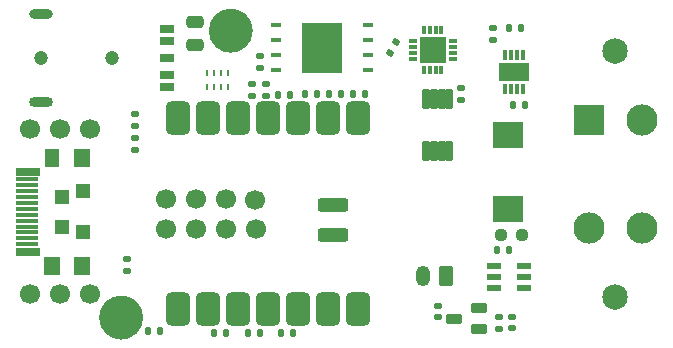
<source format=gbr>
%TF.GenerationSoftware,KiCad,Pcbnew,7.0.10*%
%TF.CreationDate,2024-12-22T23:47:13-08:00*%
%TF.ProjectId,wsg1.0,77736731-2e30-42e6-9b69-6361645f7063,rev?*%
%TF.SameCoordinates,Original*%
%TF.FileFunction,Soldermask,Top*%
%TF.FilePolarity,Negative*%
%FSLAX46Y46*%
G04 Gerber Fmt 4.6, Leading zero omitted, Abs format (unit mm)*
G04 Created by KiCad (PCBNEW 7.0.10) date 2024-12-22 23:47:13*
%MOMM*%
%LPD*%
G01*
G04 APERTURE LIST*
G04 Aperture macros list*
%AMRoundRect*
0 Rectangle with rounded corners*
0 $1 Rounding radius*
0 $2 $3 $4 $5 $6 $7 $8 $9 X,Y pos of 4 corners*
0 Add a 4 corners polygon primitive as box body*
4,1,4,$2,$3,$4,$5,$6,$7,$8,$9,$2,$3,0*
0 Add four circle primitives for the rounded corners*
1,1,$1+$1,$2,$3*
1,1,$1+$1,$4,$5*
1,1,$1+$1,$6,$7*
1,1,$1+$1,$8,$9*
0 Add four rect primitives between the rounded corners*
20,1,$1+$1,$2,$3,$4,$5,0*
20,1,$1+$1,$4,$5,$6,$7,0*
20,1,$1+$1,$6,$7,$8,$9,0*
20,1,$1+$1,$8,$9,$2,$3,0*%
G04 Aperture macros list end*
%ADD10C,1.875000*%
%ADD11RoundRect,0.135000X-0.185000X0.135000X-0.185000X-0.135000X0.185000X-0.135000X0.185000X0.135000X0*%
%ADD12RoundRect,0.135000X0.135000X0.185000X-0.135000X0.185000X-0.135000X-0.185000X0.135000X-0.185000X0*%
%ADD13RoundRect,0.135000X-0.092715X0.209413X-0.227715X-0.024413X0.092715X-0.209413X0.227715X0.024413X0*%
%ADD14RoundRect,0.135000X-0.135000X-0.185000X0.135000X-0.185000X0.135000X0.185000X-0.135000X0.185000X0*%
%ADD15RoundRect,0.140000X-0.140000X-0.170000X0.140000X-0.170000X0.140000X0.170000X-0.140000X0.170000X0*%
%ADD16RoundRect,0.102000X0.545000X0.305000X-0.545000X0.305000X-0.545000X-0.305000X0.545000X-0.305000X0*%
%ADD17C,1.700000*%
%ADD18R,1.900000X0.350000*%
%ADD19R,1.400000X1.500000*%
%ADD20R,2.100000X0.650000*%
%ADD21R,1.200000X1.200000*%
%ADD22R,1.300000X1.500000*%
%ADD23RoundRect,0.140000X-0.170000X0.140000X-0.170000X-0.140000X0.170000X-0.140000X0.170000X0.140000X0*%
%ADD24R,1.150000X0.600000*%
%ADD25RoundRect,0.250000X0.475000X-0.250000X0.475000X0.250000X-0.475000X0.250000X-0.475000X-0.250000X0*%
%ADD26RoundRect,0.102000X-0.215900X0.749300X-0.215900X-0.749300X0.215900X-0.749300X0.215900X0.749300X0*%
%ADD27C,2.160000*%
%ADD28R,2.640000X2.640000*%
%ADD29C,2.640000*%
%ADD30R,0.300000X0.900000*%
%ADD31R,2.500000X1.550000*%
%ADD32R,2.500000X2.300000*%
%ADD33R,0.950000X0.450000*%
%ADD34R,3.450000X4.350000*%
%ADD35RoundRect,0.237500X-0.250000X-0.237500X0.250000X-0.237500X0.250000X0.237500X-0.250000X0.237500X0*%
%ADD36R,0.260000X0.530000*%
%ADD37R,0.300000X0.800000*%
%ADD38R,0.800000X0.300000*%
%ADD39R,2.240000X2.240000*%
%ADD40RoundRect,0.140000X0.170000X-0.140000X0.170000X0.140000X-0.170000X0.140000X-0.170000X-0.140000X0*%
%ADD41RoundRect,0.250000X0.350000X0.625000X-0.350000X0.625000X-0.350000X-0.625000X0.350000X-0.625000X0*%
%ADD42O,1.200000X1.750000*%
%ADD43RoundRect,0.525400X0.525400X-0.900400X0.525400X0.900400X-0.525400X0.900400X-0.525400X-0.900400X0*%
%ADD44RoundRect,0.300400X-1.000400X-0.300400X1.000400X-0.300400X1.000400X0.300400X-1.000400X0.300400X0*%
%ADD45C,1.200000*%
%ADD46R,1.200000X0.750000*%
%ADD47O,2.000000X0.822200*%
%ADD48O,2.000000X0.898400*%
%ADD49RoundRect,0.135000X0.185000X-0.135000X0.185000X0.135000X-0.185000X0.135000X-0.185000X-0.135000X0*%
G04 APERTURE END LIST*
D10*
X19447750Y-2159127D02*
G75*
G03*
X17572750Y-2159127I-937500J0D01*
G01*
X17572750Y-2159127D02*
G75*
G03*
X19447750Y-2159127I937500J0D01*
G01*
X10168750Y-26447877D02*
G75*
G03*
X8293750Y-26447877I-937500J0D01*
G01*
X8293750Y-26447877D02*
G75*
G03*
X10168750Y-26447877I937500J0D01*
G01*
D11*
%TO.C,R17*%
X21480000Y-6660000D03*
X21480000Y-7680000D03*
%TD*%
D12*
%TO.C,R18*%
X23530000Y-7640000D03*
X22510000Y-7640000D03*
%TD*%
D11*
%TO.C,R19*%
X20320000Y-6680000D03*
X20320000Y-7700000D03*
%TD*%
%TO.C,R16*%
X20990000Y-4280000D03*
X20990000Y-5300000D03*
%TD*%
D13*
%TO.C,R14*%
X32525000Y-3158327D03*
X32015000Y-4041673D03*
%TD*%
D14*
%TO.C,R9*%
X42370000Y-8410000D03*
X43390000Y-8410000D03*
%TD*%
D12*
%TO.C,R7*%
X23820000Y-27790000D03*
X22800000Y-27790000D03*
%TD*%
%TO.C,R5*%
X18090000Y-27790000D03*
X17070000Y-27790000D03*
%TD*%
D14*
%TO.C,R4*%
X11480000Y-27550000D03*
X12500000Y-27550000D03*
%TD*%
%TO.C,R3*%
X25850000Y-7500000D03*
X24830000Y-7500000D03*
%TD*%
D12*
%TO.C,R2*%
X29860000Y-7500000D03*
X28840000Y-7500000D03*
%TD*%
D14*
%TO.C,R1*%
X26820000Y-7490000D03*
X27840000Y-7490000D03*
%TD*%
D15*
%TO.C,C2*%
X41070000Y-20730000D03*
X42030000Y-20730000D03*
%TD*%
%TO.C,C1*%
X42100000Y-1930000D03*
X43060000Y-1930000D03*
%TD*%
D16*
%TO.C,PS1*%
X39520000Y-27445000D03*
X39520000Y-25615000D03*
X37380000Y-26530000D03*
%TD*%
D17*
%TO.C,J3*%
X1480000Y-24490000D03*
X4020000Y-24490000D03*
X6560000Y-24490000D03*
X1480000Y-10490000D03*
X4020000Y-10490000D03*
X6560000Y-10490000D03*
D18*
X1280000Y-14740000D03*
X1280000Y-16240000D03*
X1280000Y-16740000D03*
X1280000Y-17240000D03*
X1280000Y-17740000D03*
X1280000Y-19240000D03*
X1280000Y-19740000D03*
X1280000Y-20240000D03*
X1280000Y-18740000D03*
X1280000Y-18240000D03*
X1280000Y-15740000D03*
X1280000Y-15240000D03*
D19*
X3380000Y-22040000D03*
X5880000Y-22040000D03*
D20*
X1380000Y-20890000D03*
D21*
X5980000Y-19240000D03*
X4230000Y-18740000D03*
X4230000Y-16240000D03*
X5980000Y-15740000D03*
D20*
X1380000Y-14090000D03*
D22*
X3380000Y-12940000D03*
D19*
X5880000Y-12940000D03*
%TD*%
D23*
%TO.C,C6*%
X38010000Y-7030000D03*
X38010000Y-7990000D03*
%TD*%
%TO.C,C5*%
X42330000Y-26410000D03*
X42330000Y-27370000D03*
%TD*%
D24*
%TO.C,IC2*%
X43320000Y-23980000D03*
X43320000Y-23030000D03*
X43320000Y-22080000D03*
X40820000Y-22080000D03*
X40820000Y-23030000D03*
X40820000Y-23980000D03*
%TD*%
D11*
%TO.C,R13*%
X9720000Y-21490000D03*
X9720000Y-22510000D03*
%TD*%
D25*
%TO.C,C8*%
X15520000Y-3340000D03*
X15520000Y-1440000D03*
%TD*%
D26*
%TO.C,U2*%
X37005200Y-7935600D03*
X36370200Y-7935600D03*
X35709800Y-7935600D03*
X35074800Y-7935600D03*
X35074800Y-12304400D03*
X35709800Y-12304400D03*
X36370200Y-12304400D03*
X37005200Y-12304400D03*
%TD*%
D27*
%TO.C,J1*%
X51073000Y-24724000D03*
X51073000Y-3894000D03*
D28*
X48850000Y-9750000D03*
D29*
X53300000Y-9750000D03*
X53300000Y-18870000D03*
X48850000Y-18870000D03*
%TD*%
D30*
%TO.C,IC3*%
X41770000Y-7120000D03*
X42270000Y-7120000D03*
X42770000Y-7120000D03*
X43270000Y-7120000D03*
X43270000Y-4220000D03*
X42770000Y-4220000D03*
X42270000Y-4220000D03*
X41770000Y-4220000D03*
D31*
X42520000Y-5670000D03*
%TD*%
D32*
%TO.C,C9*%
X41950000Y-11020000D03*
X41950000Y-17220000D03*
%TD*%
D12*
%TO.C,R12*%
X20960000Y-27790000D03*
X19940000Y-27790000D03*
%TD*%
D33*
%TO.C,IC4*%
X22300000Y-1680000D03*
X22300000Y-2950000D03*
X22300000Y-4220000D03*
X22300000Y-5490000D03*
X30100000Y-5490000D03*
X30100000Y-4220000D03*
X30100000Y-2950000D03*
X30100000Y-1680000D03*
D34*
X26200000Y-3585000D03*
%TD*%
D35*
%TO.C,R6*%
X43192500Y-19420000D03*
X41367500Y-19420000D03*
%TD*%
D11*
%TO.C,R10*%
X10430000Y-9180000D03*
X10430000Y-10200000D03*
%TD*%
%TO.C,R11*%
X10430000Y-12280000D03*
X10430000Y-11260000D03*
%TD*%
D23*
%TO.C,C4*%
X41190000Y-26420000D03*
X41190000Y-27380000D03*
%TD*%
D36*
%TO.C,PS2*%
X18310000Y-5720000D03*
X17710000Y-5720000D03*
X17110000Y-5720000D03*
X16510000Y-5720000D03*
X16510000Y-6920000D03*
X17110000Y-6920000D03*
X17710000Y-6920000D03*
X18310000Y-6920000D03*
%TD*%
D37*
%TO.C,IC1*%
X34850000Y-5490000D03*
X35350000Y-5490000D03*
X35850000Y-5490000D03*
X36350000Y-5490000D03*
D38*
X37300000Y-4540000D03*
X37300000Y-4040000D03*
X37300000Y-3540000D03*
X37300000Y-3040000D03*
D37*
X36350000Y-2090000D03*
X35850000Y-2090000D03*
X35350000Y-2090000D03*
X34850000Y-2090000D03*
D38*
X33900000Y-3040000D03*
X33900000Y-3540000D03*
X33900000Y-4040000D03*
X33900000Y-4540000D03*
D39*
X35600000Y-3790000D03*
%TD*%
D40*
%TO.C,C3*%
X36020000Y-26430000D03*
X36020000Y-25470000D03*
%TD*%
D41*
%TO.C,J4*%
X36770000Y-22950000D03*
D42*
X34770000Y-22950000D03*
%TD*%
D43*
%TO.C,U1*%
X14010000Y-25730000D03*
X16550000Y-25730000D03*
X19090000Y-25730000D03*
X21630000Y-25730000D03*
X24170000Y-25730000D03*
X26710000Y-25730000D03*
X29250000Y-25730000D03*
X29250000Y-9565000D03*
X26710000Y-9565000D03*
X24170000Y-9565000D03*
X21630000Y-9565000D03*
X19090000Y-9565000D03*
X16550000Y-9565000D03*
X14028500Y-9565000D03*
D44*
X27161700Y-19456400D03*
X27161700Y-16916400D03*
D17*
X12988500Y-18948400D03*
X13016500Y-16408400D03*
X15528500Y-18948400D03*
X15528500Y-16408400D03*
X18068500Y-18948400D03*
X18068500Y-16408400D03*
X20608500Y-18948400D03*
X20551700Y-16501000D03*
%TD*%
D45*
%TO.C,J2*%
X2440000Y-4470000D03*
X8440000Y-4470000D03*
D46*
X13140000Y-2020000D03*
X13140000Y-5920000D03*
X13140000Y-4470000D03*
X13140000Y-6920000D03*
X13140000Y-3020000D03*
D47*
X2440000Y-720000D03*
D48*
X2440000Y-8220000D03*
%TD*%
D49*
%TO.C,R8*%
X40720000Y-2950000D03*
X40720000Y-1930000D03*
%TD*%
M02*

</source>
